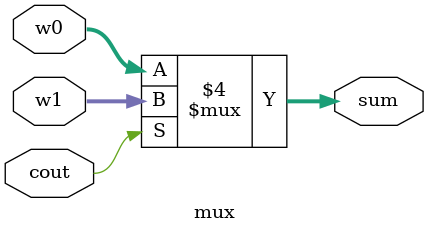
<source format=v>
module top_module(
    input [31:0] a,
    input [31:0] b,
    output [31:0] sum
);
    wire [15:0]w1,w2;
    wire cout1,cout2,cout0;
    add16 add1(a[15:0],b[15:0],0,sum[15:0],cout0);
    add16 add2(a[31:16],b[31:16],0,w1,cout1);
    add16 add3(a[31:16],b[31:16],1,w2,cout2);
    mux mux1(.w0(w1),.w1(w2),.cout(cout0),.sum(sum[31:16]));
    
endmodule
module mux(input [15:0]w0,w1,output reg [15:0]sum,input cout);
    always @(*)
        begin
        if(cout==1'b0)
           sum=w0;
    	else
        	sum=w1;
    end
endmodule
    
</source>
